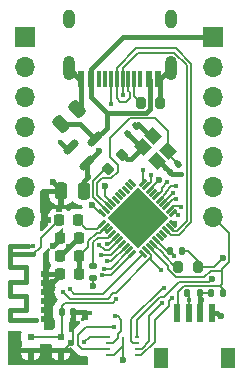
<source format=gbr>
%TF.GenerationSoftware,KiCad,Pcbnew,7.0.11-7.0.11~ubuntu22.04.1*%
%TF.CreationDate,2024-10-26T23:49:30+02:00*%
%TF.ProjectId,C6-40-Flash-test,43362d34-302d-4466-9c61-73682d746573,1.0*%
%TF.SameCoordinates,Original*%
%TF.FileFunction,Copper,L1,Top*%
%TF.FilePolarity,Positive*%
%FSLAX46Y46*%
G04 Gerber Fmt 4.6, Leading zero omitted, Abs format (unit mm)*
G04 Created by KiCad (PCBNEW 7.0.11-7.0.11~ubuntu22.04.1) date 2024-10-26 23:49:30*
%MOMM*%
%LPD*%
G01*
G04 APERTURE LIST*
G04 Aperture macros list*
%AMRoundRect*
0 Rectangle with rounded corners*
0 $1 Rounding radius*
0 $2 $3 $4 $5 $6 $7 $8 $9 X,Y pos of 4 corners*
0 Add a 4 corners polygon primitive as box body*
4,1,4,$2,$3,$4,$5,$6,$7,$8,$9,$2,$3,0*
0 Add four circle primitives for the rounded corners*
1,1,$1+$1,$2,$3*
1,1,$1+$1,$4,$5*
1,1,$1+$1,$6,$7*
1,1,$1+$1,$8,$9*
0 Add four rect primitives between the rounded corners*
20,1,$1+$1,$2,$3,$4,$5,0*
20,1,$1+$1,$4,$5,$6,$7,0*
20,1,$1+$1,$6,$7,$8,$9,0*
20,1,$1+$1,$8,$9,$2,$3,0*%
%AMRotRect*
0 Rectangle, with rotation*
0 The origin of the aperture is its center*
0 $1 length*
0 $2 width*
0 $3 Rotation angle, in degrees counterclockwise*
0 Add horizontal line*
21,1,$1,$2,0,0,$3*%
G04 Aperture macros list end*
%TA.AperFunction,SMDPad,CuDef*%
%ADD10RoundRect,0.135000X-0.135000X-0.185000X0.135000X-0.185000X0.135000X0.185000X-0.135000X0.185000X0*%
%TD*%
%TA.AperFunction,SMDPad,CuDef*%
%ADD11RoundRect,0.135000X0.135000X0.185000X-0.135000X0.185000X-0.135000X-0.185000X0.135000X-0.185000X0*%
%TD*%
%TA.AperFunction,SMDPad,CuDef*%
%ADD12R,0.600000X1.550000*%
%TD*%
%TA.AperFunction,SMDPad,CuDef*%
%ADD13R,1.200000X1.800000*%
%TD*%
%TA.AperFunction,SMDPad,CuDef*%
%ADD14RoundRect,0.218750X-0.218750X-0.256250X0.218750X-0.256250X0.218750X0.256250X-0.218750X0.256250X0*%
%TD*%
%TA.AperFunction,SMDPad,CuDef*%
%ADD15RoundRect,0.225000X-0.225000X-0.250000X0.225000X-0.250000X0.225000X0.250000X-0.225000X0.250000X0*%
%TD*%
%TA.AperFunction,SMDPad,CuDef*%
%ADD16RoundRect,0.200000X-0.200000X-0.275000X0.200000X-0.275000X0.200000X0.275000X-0.200000X0.275000X0*%
%TD*%
%TA.AperFunction,SMDPad,CuDef*%
%ADD17RoundRect,0.250000X0.250000X0.475000X-0.250000X0.475000X-0.250000X-0.475000X0.250000X-0.475000X0*%
%TD*%
%TA.AperFunction,SMDPad,CuDef*%
%ADD18RoundRect,0.135000X-0.185000X0.135000X-0.185000X-0.135000X0.185000X-0.135000X0.185000X0.135000X0*%
%TD*%
%TA.AperFunction,SMDPad,CuDef*%
%ADD19RoundRect,0.140000X-0.140000X-0.170000X0.140000X-0.170000X0.140000X0.170000X-0.140000X0.170000X0*%
%TD*%
%TA.AperFunction,SMDPad,CuDef*%
%ADD20RoundRect,0.200000X-0.053033X0.335876X-0.335876X0.053033X0.053033X-0.335876X0.335876X-0.053033X0*%
%TD*%
%TA.AperFunction,HeatsinkPad*%
%ADD21RotRect,3.600000X3.600000X45.000000*%
%TD*%
%TA.AperFunction,SMDPad,CuDef*%
%ADD22RoundRect,0.062500X0.203293X-0.291682X0.291682X-0.203293X-0.203293X0.291682X-0.291682X0.203293X0*%
%TD*%
%TA.AperFunction,SMDPad,CuDef*%
%ADD23RoundRect,0.062500X-0.203293X-0.291682X0.291682X0.203293X0.203293X0.291682X-0.291682X-0.203293X0*%
%TD*%
%TA.AperFunction,ComponentPad*%
%ADD24R,1.700000X1.700000*%
%TD*%
%TA.AperFunction,ComponentPad*%
%ADD25O,1.700000X1.700000*%
%TD*%
%TA.AperFunction,SMDPad,CuDef*%
%ADD26R,0.300000X0.250000*%
%TD*%
%TA.AperFunction,SMDPad,CuDef*%
%ADD27R,0.200000X1.600000*%
%TD*%
%TA.AperFunction,SMDPad,CuDef*%
%ADD28RoundRect,0.250000X0.159099X-0.512652X0.512652X-0.159099X-0.159099X0.512652X-0.512652X0.159099X0*%
%TD*%
%TA.AperFunction,SMDPad,CuDef*%
%ADD29R,0.550000X0.570000*%
%TD*%
%TA.AperFunction,SMDPad,CuDef*%
%ADD30RotRect,0.990600X1.193800X45.000000*%
%TD*%
%TA.AperFunction,ComponentPad*%
%ADD31O,1.000000X1.600000*%
%TD*%
%TA.AperFunction,ComponentPad*%
%ADD32O,1.000000X2.100000*%
%TD*%
%TA.AperFunction,SMDPad,CuDef*%
%ADD33R,0.600000X1.450000*%
%TD*%
%TA.AperFunction,SMDPad,CuDef*%
%ADD34R,0.300000X1.450000*%
%TD*%
%TA.AperFunction,SMDPad,CuDef*%
%ADD35RoundRect,0.150000X-0.309359X-0.521491X0.521491X0.309359X0.309359X0.521491X-0.521491X-0.309359X0*%
%TD*%
%TA.AperFunction,SMDPad,CuDef*%
%ADD36RoundRect,0.140000X-0.021213X0.219203X-0.219203X0.021213X0.021213X-0.219203X0.219203X-0.021213X0*%
%TD*%
%TA.AperFunction,ViaPad*%
%ADD37C,0.450000*%
%TD*%
%TA.AperFunction,ViaPad*%
%ADD38C,0.600000*%
%TD*%
%TA.AperFunction,Conductor*%
%ADD39C,0.200000*%
%TD*%
%TA.AperFunction,Conductor*%
%ADD40C,0.400000*%
%TD*%
G04 APERTURE END LIST*
D10*
%TO.P,R7,1*%
%TO.N,IO6*%
X147940000Y-106150000D03*
%TO.P,R7,2*%
%TO.N,+3V3*%
X148960000Y-106150000D03*
%TD*%
D11*
%TO.P,R2,1*%
%TO.N,IO7*%
X150910000Y-106150000D03*
%TO.P,R2,2*%
%TO.N,+3V3*%
X149890000Y-106150000D03*
%TD*%
D12*
%TO.P,J4,1,1*%
%TO.N,IO7*%
X147035000Y-107833370D03*
%TO.P,J4,2,2*%
%TO.N,IO6*%
X148035000Y-107833370D03*
%TO.P,J4,3,3*%
%TO.N,+3V3*%
X149035000Y-107833370D03*
%TO.P,J4,4,4*%
%TO.N,GND*%
X150035000Y-107833370D03*
D13*
%TO.P,J4,5,MT5*%
%TO.N,unconnected-(J4-MT5-Pad5)*%
X145735000Y-111708370D03*
%TO.P,J4,6,MT6*%
%TO.N,unconnected-(J4-MT6-Pad6)*%
X151335000Y-111708370D03*
%TD*%
D14*
%TO.P,L1,1,1*%
%TO.N,+3V3*%
X137152500Y-103065000D03*
%TO.P,L1,2,2*%
%TO.N,Net-(C7-Pad2)*%
X138727500Y-103065000D03*
%TD*%
D15*
%TO.P,C7,1*%
%TO.N,GND*%
X137165000Y-104605000D03*
%TO.P,C7,2*%
%TO.N,Net-(C7-Pad2)*%
X138715000Y-104605000D03*
%TD*%
D10*
%TO.P,R3,1*%
%TO.N,BOOT*%
X146450000Y-102645000D03*
%TO.P,R3,2*%
%TO.N,+3V3*%
X147470000Y-102645000D03*
%TD*%
D16*
%TO.P,R1,1*%
%TO.N,Net-(J1-CC1)*%
X143995000Y-90085000D03*
%TO.P,R1,2*%
%TO.N,GND*%
X145645000Y-90085000D03*
%TD*%
D17*
%TO.P,C5,1*%
%TO.N,+3V3*%
X139150000Y-97505000D03*
%TO.P,C5,2*%
%TO.N,GND*%
X137250000Y-97505000D03*
%TD*%
D18*
%TO.P,R6,1*%
%TO.N,ENABLE*%
X139970000Y-103885000D03*
%TO.P,R6,2*%
%TO.N,+3V3*%
X139970000Y-104905000D03*
%TD*%
D19*
%TO.P,C1,1*%
%TO.N,BOOT*%
X137310000Y-107785000D03*
%TO.P,C1,2*%
%TO.N,GND*%
X138270000Y-107785000D03*
%TD*%
D20*
%TO.P,R4,1*%
%TO.N,Net-(C2-Pad2)*%
X142396726Y-94508274D03*
%TO.P,R4,2*%
%TO.N,Net-(U2-XTAL_P)*%
X141230000Y-95675000D03*
%TD*%
D21*
%TO.P,U2,41,GND*%
%TO.N,GND*%
X143718528Y-99856472D03*
D22*
%TO.P,U2,40,VDDA2*%
%TO.N,+3V3*%
X140722163Y-99405691D03*
%TO.P,U2,39,XTAL_P*%
%TO.N,Net-(U2-XTAL_P)*%
X141005006Y-99122849D03*
%TO.P,U2,38,XTAL_N*%
%TO.N,Net-(U2-XTAL_N)*%
X141287848Y-98840006D03*
%TO.P,U2,37,VDDA1*%
%TO.N,+3V3*%
X141570691Y-98557163D03*
%TO.P,U2,36,GPIO23/SDIO_DATA3*%
%TO.N,unconnected-(U2-GPIO23{slash}SDIO_DATA3-Pad36)*%
X141853534Y-98274321D03*
%TO.P,U2,35,GPIO22/SDIO_DATA2*%
%TO.N,unconnected-(U2-GPIO22{slash}SDIO_DATA2-Pad35)*%
X142136377Y-97991478D03*
%TO.P,U2,34,GPIO21/SDIO_DATA1/FSPICS5*%
%TO.N,unconnected-(U2-GPIO21{slash}SDIO_DATA1{slash}FSPICS5-Pad34)*%
X142419219Y-97708635D03*
%TO.P,U2,33,GPIO20/SDIO_DATA0/FSPICS4*%
%TO.N,unconnected-(U2-GPIO20{slash}SDIO_DATA0{slash}FSPICS4-Pad33)*%
X142702062Y-97425792D03*
%TO.P,U2,32,GPIO19/SDIO_CLK/FSPICS3*%
%TO.N,unconnected-(U2-GPIO19{slash}SDIO_CLK{slash}FSPICS3-Pad32)*%
X142984905Y-97142950D03*
%TO.P,U2,31,GPIO18/SDIO_CMD/FSPICS2*%
%TO.N,unconnected-(U2-GPIO18{slash}SDIO_CMD{slash}FSPICS2-Pad31)*%
X143267747Y-96860107D03*
D23*
%TO.P,U2,30,U0RXD/GPIO17/FSPICS1*%
%TO.N,RX*%
X144169309Y-96860107D03*
%TO.P,U2,29,U0TXD/GPIO16/FSPICS0*%
%TO.N,TX*%
X144452151Y-97142950D03*
%TO.P,U2,28,VDDPST2*%
%TO.N,+3V3*%
X144734994Y-97425792D03*
%TO.P,U2,27,GPIO15*%
%TO.N,unconnected-(U2-GPIO15-Pad27)*%
X145017837Y-97708635D03*
%TO.P,U2,26,SPID/GPIO30*%
%TO.N,SPI_D0*%
X145300679Y-97991478D03*
%TO.P,U2,25,SPICLK/GPIO29*%
%TO.N,SPICLK*%
X145583522Y-98274321D03*
%TO.P,U2,24,SPIHD/GPIO28*%
%TO.N,SPI_D3*%
X145866365Y-98557163D03*
%TO.P,U2,23,VDD_SPI/GPIO27*%
%TO.N,SPIVDD*%
X146149208Y-98840006D03*
%TO.P,U2,22,SPIWP/GPIO26*%
%TO.N,SPI_D2*%
X146432050Y-99122849D03*
%TO.P,U2,21,SPIQ/GPIO25*%
%TO.N,SPI_D1*%
X146714893Y-99405691D03*
D22*
%TO.P,U2,20,SPICS0/GPIO24*%
%TO.N,SPICS0*%
X146714893Y-100307253D03*
%TO.P,U2,19,GPIO13/USB_D+*%
%TO.N,/USB_D+*%
X146432050Y-100590095D03*
%TO.P,U2,18,GPIO12/USB_D-*%
%TO.N,/USB_D-*%
X146149208Y-100872938D03*
%TO.P,U2,17,GPIO11*%
%TO.N,unconnected-(U2-GPIO11-Pad17)*%
X145866365Y-101155781D03*
%TO.P,U2,16,GPIO10*%
%TO.N,unconnected-(U2-GPIO10-Pad16)*%
X145583522Y-101438623D03*
%TO.P,U2,15,GPIO9*%
%TO.N,BOOT*%
X145300679Y-101721466D03*
%TO.P,U2,14,GPIO8*%
%TO.N,Net-(U2-GPIO8)*%
X145017837Y-102004309D03*
%TO.P,U2,13,MTDO/GPIO7/FSPID*%
%TO.N,IO7*%
X144734994Y-102287152D03*
%TO.P,U2,12,MTCK/GPIO6/FSPICLK/ADC1_CH6*%
%TO.N,IO6*%
X144452151Y-102569994D03*
%TO.P,U2,11,MTDI/GPIO5/FSPIWP/ADC1_CH5*%
%TO.N,IO5*%
X144169309Y-102852837D03*
D23*
%TO.P,U2,10,MTMS/GPIO4/FSPIHD/ADC1_CH4*%
%TO.N,IO4*%
X143267747Y-102852837D03*
%TO.P,U2,9,GPIO3/ADC1_CH3*%
%TO.N,IO3*%
X142984905Y-102569994D03*
%TO.P,U2,8,GPIO2/FSPIQ/ADC1_CH2*%
%TO.N,IO2*%
X142702062Y-102287152D03*
%TO.P,U2,7,GPIO1/XTAL_32K_N/ADC1_CH1*%
%TO.N,IO1*%
X142419219Y-102004309D03*
%TO.P,U2,6,GPIO0/XTAL_32K_P/ADC1_CH0*%
%TO.N,IO0*%
X142136377Y-101721466D03*
%TO.P,U2,5,VDDPST1*%
%TO.N,+3V3*%
X141853534Y-101438623D03*
%TO.P,U2,4,CHIP_PU*%
%TO.N,ENABLE*%
X141570691Y-101155781D03*
%TO.P,U2,3,VDDA3P3*%
%TO.N,Net-(C7-Pad2)*%
X141287848Y-100872938D03*
%TO.P,U2,2,VDDA3P3*%
X141005006Y-100590095D03*
%TO.P,U2,1,ANT*%
%TO.N,Net-(U2-ANT)*%
X140722163Y-100307253D03*
%TD*%
D24*
%TO.P,J2,1,Pin_1*%
%TO.N,IO0*%
X134190000Y-84505000D03*
D25*
%TO.P,J2,2,Pin_2*%
%TO.N,IO1*%
X134190000Y-87045000D03*
%TO.P,J2,3,Pin_3*%
%TO.N,IO2*%
X134190000Y-89585000D03*
%TO.P,J2,4,Pin_4*%
%TO.N,IO3*%
X134190000Y-92125000D03*
%TO.P,J2,5,Pin_5*%
%TO.N,IO4*%
X134190000Y-94665000D03*
%TO.P,J2,6,Pin_6*%
%TO.N,IO5*%
X134190000Y-97205000D03*
%TO.P,J2,7,Pin_7*%
%TO.N,IO6*%
X134190000Y-99745000D03*
%TD*%
D24*
%TO.P,J3,1,Pin_1*%
%TO.N,VBUS*%
X150100000Y-84505000D03*
D25*
%TO.P,J3,2,Pin_2*%
%TO.N,GND*%
X150100000Y-87045000D03*
%TO.P,J3,3,Pin_3*%
%TO.N,+3V3*%
X150100000Y-89585000D03*
%TO.P,J3,4,Pin_4*%
%TO.N,SPIVDD*%
X150100000Y-92125000D03*
%TO.P,J3,5,Pin_5*%
%TO.N,RX*%
X150100000Y-94665000D03*
%TO.P,J3,6,Pin_6*%
%TO.N,TX*%
X150100000Y-97205000D03*
%TO.P,J3,7,Pin_7*%
%TO.N,IO7*%
X150100000Y-99745000D03*
%TD*%
D14*
%TO.P,L2,1,1*%
%TO.N,GND*%
X137062500Y-100000000D03*
%TO.P,L2,2,2*%
%TO.N,Net-(U2-ANT)*%
X138637500Y-100000000D03*
%TD*%
D26*
%TO.P,IC1,1,CS#*%
%TO.N,SPICS0*%
X141250000Y-109900000D03*
%TO.P,IC1,2,SO/SIO1*%
%TO.N,SPI_D1*%
X141250000Y-110400000D03*
%TO.P,IC1,3,WP#/SIO2*%
%TO.N,SPI_D2*%
X141250000Y-110900000D03*
%TO.P,IC1,4,GND_1*%
%TO.N,GND*%
X141250000Y-111400000D03*
%TO.P,IC1,5,SI/SIO0*%
%TO.N,SPI_D0*%
X143650000Y-111400000D03*
%TO.P,IC1,6,SCLK*%
%TO.N,SPICLK*%
X143650000Y-110900000D03*
%TO.P,IC1,7,RESET#/SIO3*%
%TO.N,SPI_D3*%
X143650000Y-110400000D03*
%TO.P,IC1,8,VCC*%
%TO.N,SPIVDD*%
X143650000Y-109900000D03*
D27*
%TO.P,IC1,9,GND_2*%
%TO.N,GND*%
X142450000Y-110650000D03*
%TD*%
D28*
%TO.P,C4,1*%
%TO.N,VBUS*%
X137268249Y-91896751D03*
%TO.P,C4,2*%
%TO.N,GND*%
X138611751Y-90553249D03*
%TD*%
D29*
%TO.P,SW1,1,1*%
%TO.N,BOOT*%
X134655000Y-109885000D03*
%TO.P,SW1,2,2*%
%TO.N,GND*%
X134655000Y-111045000D03*
%TO.P,SW1,3,3*%
%TO.N,BOOT*%
X137205000Y-109885000D03*
%TO.P,SW1,4,4*%
%TO.N,GND*%
X137205000Y-111045000D03*
%TD*%
D15*
%TO.P,C6,1*%
%TO.N,GND*%
X137165000Y-101535000D03*
%TO.P,C6,2*%
%TO.N,+3V3*%
X138715000Y-101535000D03*
%TD*%
D30*
%TO.P,X1,1,1*%
%TO.N,Net-(C2-Pad2)*%
X144130763Y-93834237D03*
%TO.P,X1,2,2*%
%TO.N,GND*%
X145332846Y-95036320D03*
%TO.P,X1,3,3*%
%TO.N,Net-(U2-XTAL_N)*%
X146252083Y-94117083D03*
%TO.P,X1,4,4*%
%TO.N,GND*%
X145050000Y-92915000D03*
%TD*%
D31*
%TO.P,J1,S1,SHIELD*%
%TO.N,GND*%
X137870000Y-82935000D03*
D32*
X137870000Y-87115000D03*
D31*
X146510000Y-82935000D03*
D32*
X146510000Y-87115000D03*
D33*
%TO.P,J1,B12,GND*%
X145440000Y-88030000D03*
%TO.P,J1,B9,VBUS*%
%TO.N,VBUS*%
X144640000Y-88030000D03*
D34*
%TO.P,J1,B8,SBU2*%
%TO.N,unconnected-(J1-SBU2-PadB8)*%
X143940000Y-88030000D03*
%TO.P,J1,B7,D-*%
%TO.N,/USB_D-*%
X142940000Y-88030000D03*
%TO.P,J1,B6,D+*%
%TO.N,/USB_D+*%
X141440000Y-88030000D03*
%TO.P,J1,B5,CC2*%
%TO.N,unconnected-(J1-CC2-PadB5)*%
X140440000Y-88030000D03*
D33*
%TO.P,J1,B4,VBUS*%
%TO.N,VBUS*%
X139740000Y-88030000D03*
%TO.P,J1,B1,GND*%
%TO.N,GND*%
X138940000Y-88030000D03*
%TO.P,J1,A12,GND*%
X138940000Y-88030000D03*
%TO.P,J1,A9,VBUS*%
%TO.N,VBUS*%
X139740000Y-88030000D03*
D34*
%TO.P,J1,A8,SBU1*%
%TO.N,unconnected-(J1-SBU1-PadA8)*%
X140940000Y-88030000D03*
%TO.P,J1,A7,D-*%
%TO.N,/USB_D-*%
X141940000Y-88030000D03*
%TO.P,J1,A6,D+*%
%TO.N,/USB_D+*%
X142440000Y-88030000D03*
%TO.P,J1,A5,CC1*%
%TO.N,Net-(J1-CC1)*%
X143440000Y-88030000D03*
D33*
%TO.P,J1,A4,VBUS*%
%TO.N,VBUS*%
X144640000Y-88030000D03*
%TO.P,J1,A1,GND*%
%TO.N,GND*%
X145440000Y-88030000D03*
%TD*%
D16*
%TO.P,R5,1*%
%TO.N,Net-(U2-GPIO8)*%
X147165000Y-103935000D03*
%TO.P,R5,2*%
%TO.N,+3V3*%
X148815000Y-103935000D03*
%TD*%
D35*
%TO.P,U3,1,GND*%
%TO.N,GND*%
X138086497Y-93801497D03*
%TO.P,U3,2,VO*%
%TO.N,+3V3*%
X139430000Y-95145000D03*
%TO.P,U3,3,VI*%
%TO.N,VBUS*%
X140084074Y-93147423D03*
%TD*%
D36*
%TO.P,C2,1*%
%TO.N,GND*%
X143579411Y-92045589D03*
%TO.P,C2,2*%
%TO.N,Net-(C2-Pad2)*%
X142900589Y-92724411D03*
%TD*%
%TO.P,C3,1*%
%TO.N,Net-(U2-XTAL_N)*%
X147169411Y-95285589D03*
%TO.P,C3,2*%
%TO.N,GND*%
X146490589Y-95964411D03*
%TD*%
D37*
%TO.N,IO6*%
X148025000Y-106725000D03*
X145700000Y-104200000D03*
D38*
%TO.N,+3V3*%
X149050000Y-106800000D03*
%TO.N,GND*%
X150750000Y-108150000D03*
D37*
%TO.N,SPICS0*%
X139200000Y-110350000D03*
D38*
%TO.N,GND*%
X142450000Y-111850000D03*
D37*
%TO.N,SPI_D2*%
X141750000Y-109050000D03*
%TO.N,SPI_D0*%
X146600000Y-106600000D03*
%TO.N,SPICLK*%
X145775000Y-107061789D03*
X146940000Y-97155000D03*
D38*
%TO.N,SPIVDD*%
X150017880Y-104975000D03*
D37*
%TO.N,BOOT*%
X141911527Y-106709762D03*
X146785000Y-103028067D03*
D38*
%TO.N,GND*%
X135780000Y-105350000D03*
X143740000Y-99255000D03*
X135780000Y-108380000D03*
X135770000Y-107640000D03*
X135770000Y-106850000D03*
X136570000Y-105235000D03*
X135790000Y-104580000D03*
X136550000Y-102165000D03*
D37*
X137150000Y-93425000D03*
X139694000Y-107851587D03*
D38*
X143750000Y-99935000D03*
X143740000Y-100605000D03*
X136550000Y-96735000D03*
X138050000Y-110435000D03*
D37*
X147370000Y-96080000D03*
D38*
X135940000Y-111045000D03*
X135780000Y-106130000D03*
D37*
X144210000Y-92305000D03*
D38*
%TO.N,+3V3*%
X139844620Y-98760380D03*
X140940000Y-97125000D03*
X139530000Y-96315000D03*
D37*
X141144872Y-102000407D03*
D38*
X139960000Y-105545000D03*
X140440000Y-94145000D03*
X137930000Y-102295000D03*
X150910000Y-103215000D03*
X145540000Y-96605000D03*
D37*
%TO.N,SPICS0*%
X146875000Y-100225009D03*
%TO.N,SPI_D1*%
X141780000Y-108135000D03*
X147165000Y-99583857D03*
%TO.N,SPI_D2*%
X147380000Y-98875000D03*
%TO.N,SPI_D0*%
X146210000Y-96815000D03*
%TO.N,SPI_D3*%
X146680000Y-97695000D03*
X145966594Y-105715233D03*
%TO.N,SPIVDD*%
X146988413Y-98246587D03*
%TO.N,/USB_D+*%
X142480000Y-89415000D03*
X141460000Y-90155000D03*
%TO.N,IO0*%
X140450000Y-102085000D03*
%TO.N,IO1*%
X140590000Y-102985000D03*
%TO.N,IO2*%
X141153307Y-103484121D03*
%TO.N,IO3*%
X140850000Y-104115000D03*
%TO.N,IO4*%
X140660000Y-104685000D03*
%TO.N,IO5*%
X137980000Y-105870000D03*
%TO.N,IO6*%
X137400000Y-106060000D03*
%TO.N,TX*%
X144810000Y-96170000D03*
%TO.N,RX*%
X144200000Y-95750000D03*
%TO.N,GND*%
X134900000Y-102200000D03*
%TD*%
D39*
%TO.N,Net-(U2-ANT)*%
X140722163Y-100307253D02*
X140717747Y-100307253D01*
X140717747Y-100307253D02*
X140294000Y-100731000D01*
X140294000Y-100731000D02*
X139368500Y-100731000D01*
X139368500Y-100731000D02*
X138637500Y-100000000D01*
%TO.N,IO7*%
X150694000Y-105581000D02*
X150910000Y-105797000D01*
X150910000Y-105797000D02*
X150910000Y-106150000D01*
%TO.N,+3V3*%
X149890000Y-106150000D02*
X148960000Y-106150000D01*
X149050000Y-106800000D02*
X149050000Y-106240000D01*
X149050000Y-106240000D02*
X148960000Y-106150000D01*
%TO.N,IO6*%
X148025000Y-106725000D02*
X148025000Y-106235000D01*
X148025000Y-106235000D02*
X147940000Y-106150000D01*
%TO.N,SPIVDD*%
X147218000Y-105232000D02*
X149760880Y-105232000D01*
%TO.N,IO7*%
X144734994Y-102322507D02*
X146275000Y-103862513D01*
X147100000Y-107768370D02*
X147035000Y-107833370D01*
X150897119Y-104147119D02*
X151470000Y-103574239D01*
%TO.N,SPIVDD*%
X143650000Y-108450000D02*
X145615000Y-106485000D01*
X145965000Y-106485000D02*
X147218000Y-105232000D01*
%TO.N,IO7*%
X146938062Y-104825000D02*
X149373641Y-104825000D01*
%TO.N,SPIVDD*%
X149760880Y-105232000D02*
X150017880Y-104975000D01*
%TO.N,IO7*%
X147642200Y-105581000D02*
X147100000Y-106123200D01*
X150694000Y-105581000D02*
X147642200Y-105581000D01*
X147100000Y-106123200D02*
X147100000Y-107768370D01*
X149373641Y-104825000D02*
X149904402Y-104294239D01*
X150897119Y-105377881D02*
X150694000Y-105581000D01*
X150897119Y-104147119D02*
X150897119Y-105377881D01*
X149904402Y-104294239D02*
X150750000Y-104294239D01*
X146275000Y-104161938D02*
X146938062Y-104825000D01*
%TO.N,SPIVDD*%
X145615000Y-106485000D02*
X145965000Y-106485000D01*
%TO.N,IO7*%
X150750000Y-104294239D02*
X150897119Y-104147119D01*
X144734994Y-102287152D02*
X144734994Y-102322507D01*
X146275000Y-103862513D02*
X146275000Y-104161938D01*
%TO.N,SPIVDD*%
X143650000Y-109900000D02*
X143650000Y-108450000D01*
%TO.N,IO6*%
X148025000Y-106725000D02*
X148025000Y-107823370D01*
X148025000Y-107823370D02*
X148035000Y-107833370D01*
%TO.N,IO7*%
X151470000Y-103574239D02*
X151470000Y-101115000D01*
X151470000Y-101115000D02*
X150100000Y-99745000D01*
%TO.N,IO6*%
X144840000Y-103340000D02*
X145700000Y-104200000D01*
X144840000Y-103165000D02*
X144840000Y-103340000D01*
D40*
%TO.N,+3V3*%
X149035000Y-107833370D02*
X149035000Y-106815000D01*
X149035000Y-106815000D02*
X149050000Y-106800000D01*
%TO.N,GND*%
X150035000Y-107833370D02*
X150433370Y-107833370D01*
X150433370Y-107833370D02*
X150750000Y-108150000D01*
D39*
%TO.N,SPICS0*%
X139650000Y-109900000D02*
X141250000Y-109900000D01*
X139200000Y-110350000D02*
X139650000Y-109900000D01*
%TO.N,GND*%
X138270000Y-110215000D02*
X138050000Y-110435000D01*
%TO.N,SPI_D2*%
X139350000Y-109050000D02*
X138700000Y-109700000D01*
%TO.N,GND*%
X138270000Y-107785000D02*
X138270000Y-110215000D01*
X137440000Y-111045000D02*
X138050000Y-110435000D01*
X137205000Y-111045000D02*
X137440000Y-111045000D01*
%TO.N,SPI_D2*%
X141750000Y-109050000D02*
X139350000Y-109050000D01*
X139050000Y-110900000D02*
X141250000Y-110900000D01*
X138700000Y-109700000D02*
X138700000Y-110550000D01*
X138700000Y-110550000D02*
X139050000Y-110900000D01*
%TO.N,SPI_D1*%
X141780000Y-108135000D02*
X142035000Y-108135000D01*
X142035000Y-108135000D02*
X142350000Y-108450000D01*
X142350000Y-108450000D02*
X142350000Y-109352000D01*
X142050000Y-109652000D02*
X142050000Y-109950000D01*
X142350000Y-109352000D02*
X142050000Y-109652000D01*
X142050000Y-109950000D02*
X141600000Y-110400000D01*
X141600000Y-110400000D02*
X141250000Y-110400000D01*
%TO.N,GND*%
X142450000Y-110650000D02*
X142450000Y-111850000D01*
X141250000Y-111400000D02*
X141700000Y-111400000D01*
X141700000Y-111400000D02*
X142450000Y-110650000D01*
%TO.N,SPI_D3*%
X145966594Y-105715233D02*
X145834767Y-105715233D01*
X145834767Y-105715233D02*
X143150000Y-108400000D01*
X143150000Y-108400000D02*
X143150000Y-110250000D01*
X143150000Y-110250000D02*
X143300000Y-110400000D01*
X143300000Y-110400000D02*
X143650000Y-110400000D01*
%TO.N,SPICLK*%
X144700000Y-108136789D02*
X145775000Y-107061789D01*
X144051810Y-110900000D02*
X144700000Y-110251810D01*
X143650000Y-110900000D02*
X144051810Y-110900000D01*
X144700000Y-110251810D02*
X144700000Y-108136789D01*
%TO.N,SPI_D0*%
X146350000Y-107250000D02*
X145150000Y-108450000D01*
X145150000Y-108450000D02*
X145150000Y-110295370D01*
X145150000Y-110295370D02*
X144045370Y-111400000D01*
X144045370Y-111400000D02*
X143650000Y-111400000D01*
X146600000Y-106600000D02*
X146350000Y-106850000D01*
X146350000Y-106850000D02*
X146350000Y-107250000D01*
%TO.N,SPICLK*%
X146548248Y-97155000D02*
X146110000Y-97593248D01*
X146940000Y-97155000D02*
X146548248Y-97155000D01*
X146110000Y-97747843D02*
X145583522Y-98274321D01*
X146110000Y-97593248D02*
X146110000Y-97747843D01*
%TO.N,BOOT*%
X145300679Y-101721466D02*
X146224213Y-102645000D01*
X137205000Y-109885000D02*
X134655000Y-109885000D01*
X137310000Y-109780000D02*
X137205000Y-109885000D01*
X146785000Y-102980000D02*
X146785000Y-103028067D01*
X146224213Y-102645000D02*
X146450000Y-102645000D01*
X137310000Y-107785000D02*
X137310000Y-109780000D01*
X137584173Y-106989000D02*
X141632289Y-106989000D01*
X141632289Y-106989000D02*
X141911527Y-106709762D01*
X137310000Y-107263173D02*
X137584173Y-106989000D01*
X137310000Y-107785000D02*
X137310000Y-107263173D01*
X146450000Y-102645000D02*
X146785000Y-102980000D01*
D40*
%TO.N,GND*%
X146070000Y-95543822D02*
X146070000Y-95565000D01*
X137526497Y-93801497D02*
X137150000Y-93425000D01*
X137165000Y-104605000D02*
X137165000Y-104640000D01*
X137250000Y-97505000D02*
X137250000Y-97435000D01*
X146091178Y-95565000D02*
X146490589Y-95964411D01*
X137165000Y-101550000D02*
X136550000Y-102165000D01*
X145050000Y-92915000D02*
X144800000Y-92915000D01*
X145645000Y-90085000D02*
X145645000Y-88235000D01*
X138940000Y-88030000D02*
X138940000Y-90225000D01*
X145645000Y-88235000D02*
X145440000Y-88030000D01*
X145595000Y-88030000D02*
X146510000Y-87115000D01*
X138940000Y-90225000D02*
X138611751Y-90553249D01*
X144210000Y-92305000D02*
X144190000Y-92305000D01*
X145332846Y-95036320D02*
X145562498Y-95036320D01*
X137165000Y-104640000D02*
X136570000Y-105235000D01*
X138785000Y-88030000D02*
X137870000Y-87115000D01*
X146606178Y-96080000D02*
X147370000Y-96080000D01*
X144210000Y-92325000D02*
X144210000Y-92305000D01*
X137165000Y-101535000D02*
X137165000Y-101550000D01*
X146070000Y-95565000D02*
X146091178Y-95565000D01*
D39*
X135940000Y-111045000D02*
X137205000Y-111045000D01*
D40*
X146490589Y-95964411D02*
X146606178Y-96080000D01*
X144190000Y-92305000D02*
X143710000Y-91825000D01*
X145440000Y-88030000D02*
X145595000Y-88030000D01*
X144800000Y-92915000D02*
X144210000Y-92325000D01*
X138086497Y-93801497D02*
X137526497Y-93801497D01*
D39*
X134655000Y-111045000D02*
X135940000Y-111045000D01*
D40*
X145562498Y-95036320D02*
X146070000Y-95543822D01*
X138940000Y-88030000D02*
X138785000Y-88030000D01*
X137250000Y-97435000D02*
X136550000Y-96735000D01*
%TO.N,Net-(C2-Pad2)*%
X143133363Y-94831637D02*
X144130763Y-93834237D01*
X142833363Y-94831637D02*
X143133363Y-94831637D01*
X144010415Y-93834237D02*
X142900589Y-92724411D01*
X144130763Y-93834237D02*
X144010415Y-93834237D01*
X144130763Y-93834237D02*
X144130763Y-93603407D01*
D39*
%TO.N,Net-(U2-XTAL_N)*%
X142019794Y-95304794D02*
X141390000Y-94675000D01*
X146252083Y-94117083D02*
X146252083Y-94368261D01*
X141390000Y-93065000D02*
X143080000Y-91375000D01*
X145160000Y-91375000D02*
X146252083Y-92467083D01*
X140290000Y-96855761D02*
X140670761Y-96475000D01*
X143080000Y-91375000D02*
X145160000Y-91375000D01*
X146252083Y-94368261D02*
X147169411Y-95285589D01*
X141390000Y-94675000D02*
X141390000Y-93065000D01*
X142019794Y-95910512D02*
X142019794Y-95304794D01*
X140670761Y-96475000D02*
X141455306Y-96475000D01*
X146252083Y-92467083D02*
X146252083Y-94117083D01*
X140290000Y-97842158D02*
X140290000Y-96855761D01*
X141287848Y-98840006D02*
X140290000Y-97842158D01*
X141455306Y-96475000D02*
X142019794Y-95910512D01*
D40*
%TO.N,VBUS*%
X137268249Y-91896751D02*
X138833402Y-91896751D01*
X139740000Y-87241016D02*
X142476016Y-84505000D01*
X144745000Y-90610000D02*
X144430000Y-90925000D01*
X141090000Y-92165000D02*
X141090000Y-90925000D01*
X142476016Y-84505000D02*
X150100000Y-84505000D01*
X139740000Y-88030000D02*
X139740000Y-87241016D01*
X144640000Y-88030000D02*
X144745000Y-88135000D01*
X139740000Y-89575000D02*
X139740000Y-88030000D01*
X141090000Y-90925000D02*
X139740000Y-89575000D01*
X138833402Y-91896751D02*
X140084074Y-93147423D01*
X140084074Y-93140926D02*
X140114074Y-93140926D01*
X140114074Y-93140926D02*
X141090000Y-92165000D01*
X144745000Y-88135000D02*
X144745000Y-90610000D01*
X144430000Y-90925000D02*
X141090000Y-90925000D01*
X140084074Y-93147423D02*
X140084074Y-93140926D01*
%TO.N,+3V3*%
X139440000Y-95145000D02*
X140440000Y-94145000D01*
D39*
X148815000Y-103450000D02*
X148270000Y-102905000D01*
X140722163Y-99405691D02*
X140489931Y-99405691D01*
X148815000Y-103935000D02*
X148815000Y-103450000D01*
X150190000Y-103935000D02*
X150910000Y-103215000D01*
X148010000Y-102645000D02*
X148270000Y-102905000D01*
D40*
X138715000Y-101535000D02*
X138682500Y-101535000D01*
D39*
X144734994Y-97410006D02*
X145540000Y-96605000D01*
X144734994Y-97425792D02*
X144734994Y-97410006D01*
X141291750Y-102000407D02*
X141144872Y-102000407D01*
X139970000Y-104905000D02*
X139970000Y-105535000D01*
D40*
X139430000Y-95145000D02*
X139440000Y-95145000D01*
X137922500Y-102295000D02*
X137152500Y-103065000D01*
X139430000Y-95145000D02*
X139430000Y-96215000D01*
D39*
X141853534Y-101438623D02*
X141291750Y-102000407D01*
D40*
X137930000Y-102287500D02*
X137930000Y-102295000D01*
X139150000Y-97505000D02*
X139150000Y-96695000D01*
X137930000Y-102295000D02*
X137922500Y-102295000D01*
X138682500Y-101535000D02*
X137930000Y-102287500D01*
D39*
X147470000Y-102645000D02*
X148010000Y-102645000D01*
X139970000Y-105535000D02*
X139960000Y-105545000D01*
X141570691Y-98557163D02*
X140940000Y-97926472D01*
D40*
X139150000Y-96695000D02*
X139530000Y-96315000D01*
D39*
X140489931Y-99405691D02*
X139844620Y-98760380D01*
X148815000Y-103935000D02*
X150190000Y-103935000D01*
X140940000Y-97926472D02*
X140940000Y-97125000D01*
D40*
X139430000Y-96215000D02*
X139530000Y-96315000D01*
D39*
%TO.N,Net-(C7-Pad2)*%
X141005006Y-100590095D02*
X141005006Y-100599994D01*
X141287848Y-100872938D02*
X140732062Y-100872938D01*
X141005006Y-100599994D02*
X140525000Y-101080000D01*
X139525000Y-101801853D02*
X139525000Y-102267500D01*
X140525000Y-101080000D02*
X140246853Y-101080000D01*
D40*
X138715000Y-103077500D02*
X138727500Y-103065000D01*
D39*
X140732062Y-100872938D02*
X140525000Y-101080000D01*
D40*
X138715000Y-104605000D02*
X138715000Y-103077500D01*
D39*
X140246853Y-101080000D02*
X139525000Y-101801853D01*
X139525000Y-102267500D02*
X138727500Y-103065000D01*
%TO.N,SPICS0*%
X146714893Y-100307253D02*
X146792756Y-100307253D01*
X146792756Y-100307253D02*
X146875000Y-100225009D01*
%TO.N,SPI_D1*%
X146714893Y-99405691D02*
X146986834Y-99405691D01*
X146986834Y-99405691D02*
X147165000Y-99583857D01*
%TO.N,SPI_D2*%
X147380000Y-98875000D02*
X147305285Y-98800285D01*
X146754614Y-98800285D02*
X146432050Y-99122849D01*
X147305285Y-98800285D02*
X146754614Y-98800285D01*
%TO.N,SPI_D0*%
X145300679Y-97991478D02*
X145300679Y-97964321D01*
X145760000Y-97505001D02*
X145760000Y-97265000D01*
X145760000Y-97265000D02*
X146210000Y-96815000D01*
X145300679Y-97964321D02*
X145760000Y-97505001D01*
%TO.N,SPI_D3*%
X146680000Y-97743528D02*
X145866365Y-98557163D01*
X146680000Y-97695000D02*
X146680000Y-97743528D01*
%TO.N,SPIVDD*%
X146742627Y-98246587D02*
X146988413Y-98246587D01*
X146149208Y-98840006D02*
X146742627Y-98246587D01*
%TO.N,Net-(J1-CC1)*%
X143440000Y-89530000D02*
X143995000Y-90085000D01*
X143440000Y-88030000D02*
X143440000Y-89530000D01*
%TO.N,/USB_D+*%
X147046406Y-100912659D02*
X147910000Y-100049065D01*
X146754614Y-100912659D02*
X147046406Y-100912659D01*
X141440000Y-90135000D02*
X141440000Y-88030000D01*
X147910000Y-86904339D02*
X146820661Y-85815000D01*
X147910000Y-100049065D02*
X147910000Y-86904339D01*
X142440000Y-89375000D02*
X142480000Y-89415000D01*
X146432050Y-100590095D02*
X146754614Y-100912659D01*
X142440000Y-88030000D02*
X142440000Y-89375000D01*
X141460000Y-90155000D02*
X141440000Y-90135000D01*
X142440000Y-87105000D02*
X142440000Y-88030000D01*
X146820661Y-85815000D02*
X143730000Y-85815000D01*
X143730000Y-85815000D02*
X142440000Y-87105000D01*
%TO.N,/USB_D-*%
X143055000Y-89176827D02*
X143055000Y-89653173D01*
X142940000Y-88030000D02*
X142940000Y-89061827D01*
X142718173Y-89990000D02*
X142241827Y-89990000D01*
X142940000Y-89061827D02*
X143055000Y-89176827D01*
X141940000Y-87105000D02*
X143580000Y-85465000D01*
X148260000Y-86759365D02*
X148260000Y-100194039D01*
X142241827Y-89990000D02*
X141940000Y-89688173D01*
X143580000Y-85465000D02*
X146965636Y-85465000D01*
X141940000Y-88030000D02*
X141940000Y-87105000D01*
X146965636Y-85465000D02*
X148260000Y-86759365D01*
X141940000Y-89688173D02*
X141940000Y-88030000D01*
X146538929Y-101262659D02*
X146149208Y-100872938D01*
X148260000Y-100194039D02*
X147191380Y-101262659D01*
X143055000Y-89653173D02*
X142718173Y-89990000D01*
X147191380Y-101262659D02*
X146538929Y-101262659D01*
%TO.N,IO0*%
X141302843Y-102555000D02*
X140920000Y-102555000D01*
X140920000Y-102555000D02*
X140450000Y-102085000D01*
X142136377Y-101721466D02*
X141302843Y-102555000D01*
%TO.N,IO1*%
X141438528Y-102985000D02*
X140590000Y-102985000D01*
X142419219Y-102004309D02*
X141438528Y-102985000D01*
%TO.N,IO2*%
X141505093Y-103484121D02*
X141153307Y-103484121D01*
X142702062Y-102287152D02*
X141505093Y-103484121D01*
%TO.N,IO3*%
X142984905Y-102569994D02*
X141439899Y-104115000D01*
X141439899Y-104115000D02*
X140850000Y-104115000D01*
%TO.N,IO4*%
X141435584Y-104685000D02*
X140660000Y-104685000D01*
X143267747Y-102852837D02*
X141435584Y-104685000D01*
%TO.N,IO5*%
X140761146Y-106261000D02*
X138344560Y-106261000D01*
X138344560Y-106234560D02*
X137980000Y-105870000D01*
X144169309Y-102852837D02*
X140761146Y-106261000D01*
X138344560Y-106261000D02*
X138344560Y-106234560D01*
%TO.N,IO6*%
X144840000Y-103165000D02*
X144840000Y-102957843D01*
X141870238Y-106134762D02*
X144840000Y-103165000D01*
X144840000Y-102957843D02*
X144452151Y-102569994D01*
X137980000Y-106640000D02*
X137400000Y-106060000D01*
X141673354Y-106134762D02*
X141870238Y-106134762D01*
X141168116Y-106640000D02*
X141673354Y-106134762D01*
X141168116Y-106640000D02*
X137980000Y-106640000D01*
%TO.N,TX*%
X144810000Y-96785101D02*
X144810000Y-96170000D01*
X144452151Y-97142950D02*
X144810000Y-96785101D01*
%TO.N,RX*%
X144169309Y-96860107D02*
X144169309Y-95780691D01*
X144169309Y-95780691D02*
X144200000Y-95750000D01*
%TO.N,Net-(U2-XTAL_P)*%
X141005006Y-99122849D02*
X139940000Y-98057843D01*
X140975787Y-95675000D02*
X141230000Y-95675000D01*
X139940000Y-96710787D02*
X140975787Y-95675000D01*
X139940000Y-98057843D02*
X139940000Y-96710787D01*
%TO.N,Net-(U2-GPIO8)*%
X145930000Y-102993214D02*
X146871786Y-103935000D01*
X145017837Y-102004309D02*
X145029309Y-102004309D01*
X146871786Y-103935000D02*
X147165000Y-103935000D01*
X145930000Y-102905000D02*
X145930000Y-102993214D01*
X145029309Y-102004309D02*
X145930000Y-102905000D01*
%TO.N,ENABLE*%
X139970000Y-101851827D02*
X139970000Y-103885000D01*
X141570691Y-101155781D02*
X141248128Y-101478344D01*
X140343483Y-101478344D02*
X139970000Y-101851827D01*
X141248128Y-101478344D02*
X140343483Y-101478344D01*
%TO.N,GND*%
X135550000Y-102250000D02*
X134900000Y-102900000D01*
D40*
X132950000Y-102200000D02*
X134400000Y-102200000D01*
D39*
X135550000Y-101512500D02*
X135550000Y-102250000D01*
D40*
X134250000Y-105250000D02*
X132950000Y-105250000D01*
D39*
X137062500Y-100000000D02*
X135550000Y-101512500D01*
D40*
X132950000Y-102900000D02*
X132950000Y-102200000D01*
X134900000Y-102900000D02*
X132950000Y-102900000D01*
X134250000Y-104000000D02*
X134250000Y-105250000D01*
X132950000Y-108450000D02*
X135100000Y-108450000D01*
X132950000Y-106400000D02*
X134250000Y-106400000D01*
X132950000Y-102900000D02*
X132950000Y-104000000D01*
X132950000Y-105250000D02*
X132950000Y-106400000D01*
X137062500Y-100000000D02*
X137050000Y-100000000D01*
D39*
X134400000Y-102200000D02*
X134900000Y-102200000D01*
D40*
X132950000Y-104000000D02*
X134250000Y-104000000D01*
X134250000Y-106400000D02*
X134250000Y-107650000D01*
X134250000Y-107650000D02*
X132950000Y-107650000D01*
X132950000Y-107650000D02*
X132950000Y-108450000D01*
%TD*%
%TA.AperFunction,Conductor*%
%TO.N,GND*%
G36*
X133828324Y-109372495D02*
G01*
X133874828Y-109424640D01*
X133886071Y-109491011D01*
X133885909Y-109492516D01*
X133885909Y-109492517D01*
X133879500Y-109552127D01*
X133879500Y-109552132D01*
X133879500Y-109552133D01*
X133879500Y-110217870D01*
X133879501Y-110217876D01*
X133885908Y-110277483D01*
X133939303Y-110420641D01*
X133936218Y-110421791D01*
X133947650Y-110474400D01*
X133937570Y-110508789D01*
X133939746Y-110509601D01*
X133886403Y-110652620D01*
X133886401Y-110652627D01*
X133880000Y-110712155D01*
X133880000Y-110795000D01*
X135430000Y-110795000D01*
X135430000Y-110712172D01*
X135429999Y-110712155D01*
X135423598Y-110652627D01*
X135421813Y-110645070D01*
X135423099Y-110644766D01*
X135418691Y-110583144D01*
X135452175Y-110521820D01*
X135513498Y-110488334D01*
X135539858Y-110485500D01*
X136320142Y-110485500D01*
X136387181Y-110505185D01*
X136432936Y-110557989D01*
X136442880Y-110627147D01*
X136436718Y-110651283D01*
X136436401Y-110652627D01*
X136430000Y-110712155D01*
X136430000Y-110795000D01*
X137988271Y-110795000D01*
X138031369Y-110771466D01*
X138101060Y-110776449D01*
X138156995Y-110818320D01*
X138172289Y-110845177D01*
X138175462Y-110852838D01*
X138271719Y-110978283D01*
X138296769Y-110997504D01*
X138308964Y-111008199D01*
X138591799Y-111291034D01*
X138602493Y-111303228D01*
X138621715Y-111328279D01*
X138621716Y-111328280D01*
X138621718Y-111328282D01*
X138747159Y-111424536D01*
X138893238Y-111485044D01*
X138971619Y-111495363D01*
X139049999Y-111505682D01*
X139050000Y-111505682D01*
X139081302Y-111501560D01*
X139097487Y-111500500D01*
X139388704Y-111500500D01*
X139455743Y-111520185D01*
X139501498Y-111572989D01*
X139512704Y-111624847D01*
X139511174Y-112170847D01*
X139491301Y-112237832D01*
X139438369Y-112283438D01*
X139387174Y-112294500D01*
X132874500Y-112294500D01*
X132807461Y-112274815D01*
X132761706Y-112222011D01*
X132750500Y-112170500D01*
X132750500Y-111295000D01*
X133880000Y-111295000D01*
X133880000Y-111377844D01*
X133886401Y-111437372D01*
X133886403Y-111437379D01*
X133936645Y-111572086D01*
X133936649Y-111572093D01*
X134022809Y-111687187D01*
X134022812Y-111687190D01*
X134137906Y-111773350D01*
X134137913Y-111773354D01*
X134272620Y-111823596D01*
X134272627Y-111823598D01*
X134332155Y-111829999D01*
X134332172Y-111830000D01*
X134405000Y-111830000D01*
X134405000Y-111295000D01*
X134905000Y-111295000D01*
X134905000Y-111830000D01*
X134977828Y-111830000D01*
X134977844Y-111829999D01*
X135037372Y-111823598D01*
X135037379Y-111823596D01*
X135172086Y-111773354D01*
X135172093Y-111773350D01*
X135287187Y-111687190D01*
X135287190Y-111687187D01*
X135373350Y-111572093D01*
X135373354Y-111572086D01*
X135423596Y-111437379D01*
X135423598Y-111437372D01*
X135429999Y-111377844D01*
X135430000Y-111377827D01*
X135430000Y-111295000D01*
X136430000Y-111295000D01*
X136430000Y-111377844D01*
X136436401Y-111437372D01*
X136436403Y-111437379D01*
X136486645Y-111572086D01*
X136486649Y-111572093D01*
X136572809Y-111687187D01*
X136572812Y-111687190D01*
X136687906Y-111773350D01*
X136687913Y-111773354D01*
X136822620Y-111823596D01*
X136822627Y-111823598D01*
X136882155Y-111829999D01*
X136882172Y-111830000D01*
X136955000Y-111830000D01*
X136955000Y-111295000D01*
X137455000Y-111295000D01*
X137455000Y-111830000D01*
X137527828Y-111830000D01*
X137527844Y-111829999D01*
X137587372Y-111823598D01*
X137587379Y-111823596D01*
X137722086Y-111773354D01*
X137722093Y-111773350D01*
X137837187Y-111687190D01*
X137837190Y-111687187D01*
X137923350Y-111572093D01*
X137923354Y-111572086D01*
X137973596Y-111437379D01*
X137973598Y-111437372D01*
X137979999Y-111377844D01*
X137980000Y-111377827D01*
X137980000Y-111295000D01*
X137455000Y-111295000D01*
X136955000Y-111295000D01*
X136430000Y-111295000D01*
X135430000Y-111295000D01*
X134905000Y-111295000D01*
X134405000Y-111295000D01*
X133880000Y-111295000D01*
X132750500Y-111295000D01*
X132750500Y-109490446D01*
X132770185Y-109423407D01*
X132822989Y-109377652D01*
X132872721Y-109366460D01*
X133761013Y-109353770D01*
X133828324Y-109372495D01*
G37*
%TD.AperFunction*%
%TA.AperFunction,Conductor*%
G36*
X139466698Y-107609185D02*
G01*
X139512453Y-107661989D01*
X139523659Y-107713847D01*
X139521944Y-108325847D01*
X139502071Y-108392832D01*
X139449139Y-108438438D01*
X139397944Y-108449500D01*
X139397487Y-108449500D01*
X139381302Y-108448439D01*
X139350000Y-108444318D01*
X139310639Y-108449500D01*
X139193239Y-108464955D01*
X139193234Y-108464957D01*
X139084613Y-108509949D01*
X139015144Y-108517418D01*
X138952665Y-108486142D01*
X138917013Y-108426053D01*
X138919507Y-108356228D01*
X138930429Y-108332266D01*
X139002033Y-108211191D01*
X139002033Y-108211190D01*
X139047144Y-108055918D01*
X139047145Y-108055912D01*
X139048790Y-108035000D01*
X138520000Y-108035000D01*
X138520000Y-108589503D01*
X138673687Y-108544855D01*
X138674172Y-108546525D01*
X138733989Y-108539137D01*
X138796954Y-108569421D01*
X138833551Y-108628939D01*
X138832160Y-108698795D01*
X138801583Y-108749180D01*
X138308965Y-109241798D01*
X138296775Y-109252489D01*
X138271716Y-109271718D01*
X138205766Y-109357668D01*
X138175464Y-109397158D01*
X138175460Y-109397165D01*
X138171391Y-109406988D01*
X138127547Y-109461389D01*
X138061251Y-109483449D01*
X137993553Y-109466166D01*
X137945946Y-109415026D01*
X137940651Y-109402860D01*
X137920697Y-109349359D01*
X137922499Y-109348686D01*
X137910500Y-109301670D01*
X137910500Y-108722845D01*
X137930185Y-108655806D01*
X137982989Y-108610051D01*
X137994919Y-108608335D01*
X138020000Y-108589504D01*
X138020000Y-108283352D01*
X138037267Y-108220233D01*
X138042494Y-108211395D01*
X138042554Y-108211191D01*
X138087642Y-108055997D01*
X138087643Y-108055991D01*
X138090499Y-108019697D01*
X138090500Y-108019690D01*
X138090500Y-107713500D01*
X138110185Y-107646461D01*
X138162989Y-107600706D01*
X138214500Y-107589500D01*
X139399659Y-107589500D01*
X139466698Y-107609185D01*
G37*
%TD.AperFunction*%
%TA.AperFunction,Conductor*%
G36*
X136239560Y-102393257D02*
G01*
X136274167Y-102453954D01*
X136271212Y-102521539D01*
X136224564Y-102662312D01*
X136224563Y-102662316D01*
X136214500Y-102760818D01*
X136214500Y-103369181D01*
X136224563Y-103467683D01*
X136277450Y-103627284D01*
X136277452Y-103627289D01*
X136367092Y-103772617D01*
X136385532Y-103840009D01*
X136367091Y-103902811D01*
X136278457Y-104046507D01*
X136278452Y-104046518D01*
X136225144Y-104207393D01*
X136215000Y-104306677D01*
X136215000Y-104355000D01*
X137291000Y-104355000D01*
X137358039Y-104374685D01*
X137403794Y-104427489D01*
X137415000Y-104479000D01*
X137415000Y-104731000D01*
X137395315Y-104798039D01*
X137342511Y-104843794D01*
X137291000Y-104855000D01*
X136215001Y-104855000D01*
X136215001Y-104903322D01*
X136225144Y-105002607D01*
X136278452Y-105163481D01*
X136278457Y-105163492D01*
X136367424Y-105307728D01*
X136367427Y-105307732D01*
X136487267Y-105427572D01*
X136487271Y-105427575D01*
X136631507Y-105516542D01*
X136631520Y-105516548D01*
X136690878Y-105536217D01*
X136748323Y-105575989D01*
X136775147Y-105640505D01*
X136762832Y-105709280D01*
X136756870Y-105719893D01*
X136742211Y-105743223D01*
X136688212Y-105897544D01*
X136669909Y-106059996D01*
X136669909Y-106060003D01*
X136688212Y-106222455D01*
X136742210Y-106376774D01*
X136829192Y-106515204D01*
X136931281Y-106617293D01*
X136964766Y-106678616D01*
X136959782Y-106748308D01*
X136931281Y-106792655D01*
X136918965Y-106804971D01*
X136906774Y-106815663D01*
X136881718Y-106834890D01*
X136857549Y-106866386D01*
X136857550Y-106866387D01*
X136785464Y-106960331D01*
X136785461Y-106960336D01*
X136724956Y-107106409D01*
X136723198Y-107119763D01*
X136694929Y-107183659D01*
X136687942Y-107191254D01*
X136659883Y-107219313D01*
X136659879Y-107219318D01*
X136577505Y-107358606D01*
X136577504Y-107358609D01*
X136532357Y-107514002D01*
X136532356Y-107514008D01*
X136529500Y-107550302D01*
X136529500Y-108019697D01*
X136532356Y-108055991D01*
X136532357Y-108055997D01*
X136577504Y-108211390D01*
X136577505Y-108211393D01*
X136577506Y-108211395D01*
X136659883Y-108350687D01*
X136673180Y-108363984D01*
X136706666Y-108425305D01*
X136709500Y-108451666D01*
X136709500Y-109077791D01*
X136689815Y-109144830D01*
X136659812Y-109177057D01*
X136572454Y-109242453D01*
X136566723Y-109248185D01*
X136505398Y-109281667D01*
X136479045Y-109284500D01*
X135897088Y-109284500D01*
X135830049Y-109264815D01*
X135784294Y-109212011D01*
X135773096Y-109161950D01*
X135700476Y-102940802D01*
X135719377Y-102873540D01*
X135723836Y-102866907D01*
X136052893Y-102410060D01*
X136108043Y-102367171D01*
X136177631Y-102360906D01*
X136239560Y-102393257D01*
G37*
%TD.AperFunction*%
%TA.AperFunction,Conductor*%
G36*
X137403794Y-100589489D02*
G01*
X137415000Y-100641000D01*
X137415000Y-101626560D01*
X137395315Y-101693599D01*
X137378681Y-101714241D01*
X137344241Y-101748681D01*
X137282918Y-101782166D01*
X137256560Y-101785000D01*
X137039000Y-101785000D01*
X136971961Y-101765315D01*
X136926206Y-101712511D01*
X136915000Y-101661000D01*
X136915000Y-101213155D01*
X137382180Y-100564545D01*
X137403794Y-100589489D01*
G37*
%TD.AperFunction*%
%TA.AperFunction,Conductor*%
G36*
X137500000Y-98729999D02*
G01*
X137549972Y-98729999D01*
X137549986Y-98729998D01*
X137652697Y-98719505D01*
X137819119Y-98664358D01*
X137819124Y-98664356D01*
X137968345Y-98572315D01*
X138092318Y-98448342D01*
X138094165Y-98445348D01*
X138095969Y-98443724D01*
X138096798Y-98442677D01*
X138096976Y-98442818D01*
X138146110Y-98398621D01*
X138215073Y-98387396D01*
X138279156Y-98415236D01*
X138305243Y-98445341D01*
X138307288Y-98448656D01*
X138431344Y-98572712D01*
X138580666Y-98664814D01*
X138747203Y-98719999D01*
X138849991Y-98730500D01*
X138924874Y-98730499D01*
X138991912Y-98750183D01*
X139037668Y-98802986D01*
X139048094Y-98840615D01*
X139053505Y-98888637D01*
X139041451Y-98957459D01*
X138994102Y-99008838D01*
X138926492Y-99026463D01*
X138917689Y-99025880D01*
X138904179Y-99024500D01*
X138904174Y-99024500D01*
X138370826Y-99024500D01*
X138370818Y-99024500D01*
X138272316Y-99034563D01*
X138272315Y-99034564D01*
X138245955Y-99043299D01*
X138112715Y-99087450D01*
X138112704Y-99087455D01*
X137969612Y-99175716D01*
X137969607Y-99175719D01*
X137937327Y-99208000D01*
X137876003Y-99241485D01*
X137806312Y-99236499D01*
X137761967Y-99208000D01*
X137730080Y-99176114D01*
X137587077Y-99087908D01*
X137587072Y-99087906D01*
X137427583Y-99035057D01*
X137329150Y-99025000D01*
X137312500Y-99025000D01*
X137312500Y-99312335D01*
X136812500Y-99305756D01*
X136812500Y-99024999D01*
X136795856Y-99025000D01*
X136697415Y-99035057D01*
X136537927Y-99087906D01*
X136537922Y-99087908D01*
X136394919Y-99176114D01*
X136276114Y-99294919D01*
X136187908Y-99437922D01*
X136187906Y-99437927D01*
X136135057Y-99597416D01*
X136125000Y-99695849D01*
X136125000Y-99750000D01*
X136375000Y-99750000D01*
X136375000Y-100250000D01*
X136125001Y-100250000D01*
X136125001Y-100304152D01*
X136135057Y-100402588D01*
X136135391Y-100404147D01*
X136135317Y-100405131D01*
X136135745Y-100409319D01*
X136134997Y-100409395D01*
X136130172Y-100473821D01*
X136091642Y-100526891D01*
X135639232Y-100889146D01*
X135574598Y-100915682D01*
X135505877Y-100903062D01*
X135454889Y-100855293D01*
X135437727Y-100792637D01*
X135436594Y-100294994D01*
X135448212Y-100242311D01*
X135463903Y-100208663D01*
X135525063Y-99980408D01*
X135545659Y-99745000D01*
X135525063Y-99509592D01*
X135463903Y-99281337D01*
X135445694Y-99242289D01*
X135434077Y-99190173D01*
X135430836Y-97767337D01*
X135433557Y-97755000D01*
X136250001Y-97755000D01*
X136250001Y-98029986D01*
X136260494Y-98132697D01*
X136315641Y-98299119D01*
X136315643Y-98299124D01*
X136407684Y-98448345D01*
X136531654Y-98572315D01*
X136680875Y-98664356D01*
X136680880Y-98664358D01*
X136847302Y-98719505D01*
X136847309Y-98719506D01*
X136950019Y-98729999D01*
X136999999Y-98729998D01*
X137000000Y-98729998D01*
X137000000Y-97755000D01*
X136250001Y-97755000D01*
X135433557Y-97755000D01*
X135442453Y-97714662D01*
X135463903Y-97668663D01*
X135511577Y-97490737D01*
X135547942Y-97431078D01*
X135610788Y-97400548D01*
X135630624Y-97398833D01*
X137500000Y-97387965D01*
X137500000Y-98729999D01*
G37*
%TD.AperFunction*%
%TD*%
M02*

</source>
